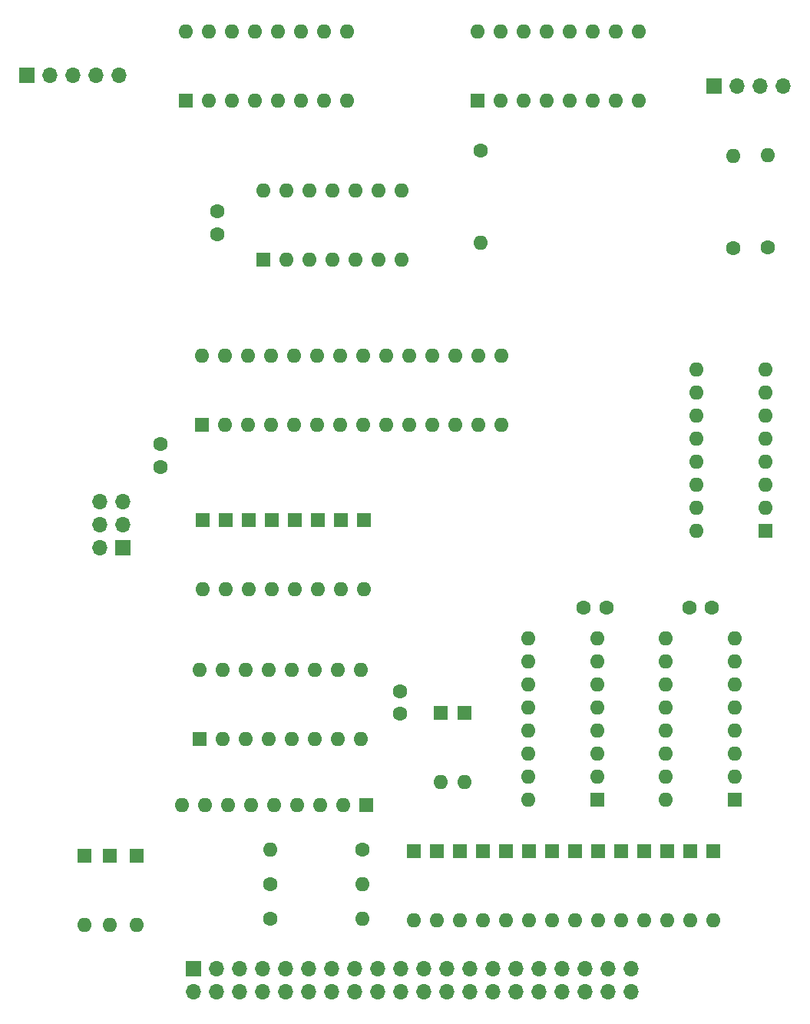
<source format=gbr>
G04 #@! TF.GenerationSoftware,KiCad,Pcbnew,(5.1.5-0-10_14)*
G04 #@! TF.CreationDate,2020-01-03T10:30:25-06:00*
G04 #@! TF.ProjectId,interface-ascii,696e7465-7266-4616-9365-2d6173636969,2.3*
G04 #@! TF.SameCoordinates,Original*
G04 #@! TF.FileFunction,Soldermask,Top*
G04 #@! TF.FilePolarity,Negative*
%FSLAX46Y46*%
G04 Gerber Fmt 4.6, Leading zero omitted, Abs format (unit mm)*
G04 Created by KiCad (PCBNEW (5.1.5-0-10_14)) date 2020-01-03 10:30:25*
%MOMM*%
%LPD*%
G04 APERTURE LIST*
%ADD10O,1.600000X1.600000*%
%ADD11C,1.600000*%
%ADD12R,1.600000X1.600000*%
%ADD13O,1.700000X1.700000*%
%ADD14R,1.700000X1.700000*%
G04 APERTURE END LIST*
D10*
X216893000Y-92991000D03*
D11*
X216893000Y-82831000D03*
D10*
X185905000Y-140108000D03*
X203685000Y-147728000D03*
X188445000Y-140108000D03*
X201145000Y-147728000D03*
X190985000Y-140108000D03*
X198605000Y-147728000D03*
X193525000Y-140108000D03*
X196065000Y-147728000D03*
X196065000Y-140108000D03*
X193525000Y-147728000D03*
X198605000Y-140108000D03*
X190985000Y-147728000D03*
X201145000Y-140108000D03*
X188445000Y-147728000D03*
X203685000Y-140108000D03*
D12*
X185905000Y-147728000D03*
D10*
X192890000Y-87276000D03*
X208130000Y-94896000D03*
X195430000Y-87276000D03*
X205590000Y-94896000D03*
X197970000Y-87276000D03*
X203050000Y-94896000D03*
X200510000Y-87276000D03*
X200510000Y-94896000D03*
X203050000Y-87276000D03*
X197970000Y-94896000D03*
X205590000Y-87276000D03*
X195430000Y-94896000D03*
X208130000Y-87276000D03*
D12*
X192890000Y-94896000D03*
D10*
X203812000Y-167540000D03*
D11*
X193652000Y-167540000D03*
D13*
X177015000Y-74576000D03*
X174475000Y-74576000D03*
X171935000Y-74576000D03*
X169395000Y-74576000D03*
D14*
X166855000Y-74576000D03*
D10*
X244706000Y-83466000D03*
D11*
X244706000Y-93626000D03*
X187810000Y-92062000D03*
X187810000Y-89562000D03*
D10*
X193652000Y-159920000D03*
D11*
X203812000Y-159920000D03*
D12*
X222250000Y-160072400D03*
D10*
X222250000Y-167692400D03*
D12*
X227330000Y-160072400D03*
D10*
X227330000Y-167692400D03*
D12*
X232410000Y-160072400D03*
D10*
X232410000Y-167692400D03*
D12*
X237490000Y-160072400D03*
D10*
X237490000Y-167692400D03*
D12*
X242570000Y-160072400D03*
D10*
X242570000Y-167692400D03*
D12*
X224790000Y-160072400D03*
D10*
X224790000Y-167692400D03*
D12*
X229870000Y-160072400D03*
D10*
X229870000Y-167692400D03*
D12*
X234950000Y-160072400D03*
D10*
X234950000Y-167692400D03*
D12*
X212498800Y-144807000D03*
D10*
X212498800Y-152427000D03*
D12*
X209550000Y-160072400D03*
D10*
X209550000Y-167692400D03*
D12*
X214630000Y-160072400D03*
D10*
X214630000Y-167692400D03*
D12*
X219710000Y-160072400D03*
D10*
X219710000Y-167692400D03*
D12*
X240030000Y-160072400D03*
D10*
X240030000Y-167692400D03*
D12*
X215064200Y-144781600D03*
D10*
X215064200Y-152401600D03*
D12*
X212090000Y-160072400D03*
D10*
X212090000Y-167692400D03*
D12*
X217170000Y-160072400D03*
D10*
X217170000Y-167692400D03*
X203812000Y-163730000D03*
D11*
X193652000Y-163730000D03*
D10*
X175999000Y-168175000D03*
D12*
X175999000Y-160555000D03*
D13*
X233479200Y-175566400D03*
X233479200Y-173026400D03*
X230939200Y-175566400D03*
X230939200Y-173026400D03*
X228399200Y-175566400D03*
X228399200Y-173026400D03*
X225859200Y-175566400D03*
X225859200Y-173026400D03*
X223319200Y-175566400D03*
X223319200Y-173026400D03*
X220779200Y-175566400D03*
X220779200Y-173026400D03*
X218239200Y-175566400D03*
X218239200Y-173026400D03*
X215699200Y-175566400D03*
X215699200Y-173026400D03*
X213159200Y-175566400D03*
X213159200Y-173026400D03*
X210619200Y-175566400D03*
X210619200Y-173026400D03*
X208079200Y-175566400D03*
X208079200Y-173026400D03*
X205539200Y-175566400D03*
X205539200Y-173026400D03*
X202999200Y-175566400D03*
X202999200Y-173026400D03*
X200459200Y-175566400D03*
X200459200Y-173026400D03*
X197919200Y-175566400D03*
X197919200Y-173026400D03*
X195379200Y-175566400D03*
X195379200Y-173026400D03*
X192839200Y-175566400D03*
X192839200Y-173026400D03*
X190299200Y-175566400D03*
X190299200Y-173026400D03*
X187759200Y-175566400D03*
X187759200Y-173026400D03*
X185219200Y-175566400D03*
D14*
X185219200Y-173026400D03*
D13*
X250248280Y-75703760D03*
X247708280Y-75703760D03*
X245168280Y-75703760D03*
D14*
X242628280Y-75703760D03*
D12*
X248262000Y-124741000D03*
D10*
X240642000Y-106961000D03*
X248262000Y-122201000D03*
X240642000Y-109501000D03*
X248262000Y-119661000D03*
X240642000Y-112041000D03*
X248262000Y-117121000D03*
X240642000Y-114581000D03*
X248262000Y-114581000D03*
X240642000Y-117121000D03*
X248262000Y-112041000D03*
X240642000Y-119661000D03*
X248262000Y-109501000D03*
X240642000Y-122201000D03*
X248262000Y-106961000D03*
X240642000Y-124741000D03*
X186235200Y-131218000D03*
D12*
X186235200Y-123598000D03*
D10*
X191315200Y-131218000D03*
D12*
X191315200Y-123598000D03*
D10*
X196395200Y-131218000D03*
D12*
X196395200Y-123598000D03*
D10*
X201475200Y-131218000D03*
D12*
X201475200Y-123598000D03*
D10*
X188775200Y-131218000D03*
D12*
X188775200Y-123598000D03*
D10*
X193855200Y-131218000D03*
D12*
X193855200Y-123598000D03*
D10*
X198935200Y-131218000D03*
D12*
X198935200Y-123598000D03*
D10*
X204015200Y-131218000D03*
D12*
X204015200Y-123598000D03*
D13*
X174856000Y-121566000D03*
X177396000Y-121566000D03*
X174856000Y-124106000D03*
X177396000Y-124106000D03*
X174856000Y-126646000D03*
D14*
X177396000Y-126646000D03*
D11*
X230746800Y-133199200D03*
X228246800Y-133199200D03*
X242380000Y-133199200D03*
X239880000Y-133199200D03*
X181587000Y-117716000D03*
X181587000Y-115216000D03*
X208003000Y-142434000D03*
X208003000Y-144934000D03*
D10*
X237289200Y-154382800D03*
X244909200Y-136602800D03*
X237289200Y-151842800D03*
X244909200Y-139142800D03*
X237289200Y-149302800D03*
X244909200Y-141682800D03*
X237289200Y-146762800D03*
X244909200Y-144222800D03*
X237289200Y-144222800D03*
X244909200Y-146762800D03*
X237289200Y-141682800D03*
X244909200Y-149302800D03*
X237289200Y-139142800D03*
X244909200Y-151842800D03*
X237289200Y-136602800D03*
D12*
X244909200Y-154382800D03*
D10*
X222150800Y-154382800D03*
X229770800Y-136602800D03*
X222150800Y-151842800D03*
X229770800Y-139142800D03*
X222150800Y-149302800D03*
X229770800Y-141682800D03*
X222150800Y-146762800D03*
X229770800Y-144222800D03*
X222150800Y-144222800D03*
X229770800Y-146762800D03*
X222150800Y-141682800D03*
X229770800Y-149302800D03*
X222150800Y-139142800D03*
X229770800Y-151842800D03*
X222150800Y-136602800D03*
D12*
X229770800Y-154382800D03*
D10*
X248516000Y-83339000D03*
D11*
X248516000Y-93499000D03*
D10*
X186159000Y-105437000D03*
X219179000Y-113057000D03*
X188699000Y-105437000D03*
X216639000Y-113057000D03*
X191239000Y-105437000D03*
X214099000Y-113057000D03*
X193779000Y-105437000D03*
X211559000Y-113057000D03*
X196319000Y-105437000D03*
X209019000Y-113057000D03*
X198859000Y-105437000D03*
X206479000Y-113057000D03*
X201399000Y-105437000D03*
X203939000Y-113057000D03*
X203939000Y-105437000D03*
X201399000Y-113057000D03*
X206479000Y-105437000D03*
X198859000Y-113057000D03*
X209019000Y-105437000D03*
X196319000Y-113057000D03*
X211559000Y-105437000D03*
X193779000Y-113057000D03*
X214099000Y-105437000D03*
X191239000Y-113057000D03*
X216639000Y-105437000D03*
X188699000Y-113057000D03*
X219179000Y-105437000D03*
D12*
X186159000Y-113057000D03*
X216561832Y-77370000D03*
D10*
X234341832Y-69750000D03*
X219101832Y-77370000D03*
X231801832Y-69750000D03*
X221641832Y-77370000D03*
X229261832Y-69750000D03*
X224181832Y-77370000D03*
X226721832Y-69750000D03*
X226721832Y-77370000D03*
X224181832Y-69750000D03*
X229261832Y-77370000D03*
X221641832Y-69750000D03*
X231801832Y-77370000D03*
X219101832Y-69750000D03*
X234341832Y-77370000D03*
X216561832Y-69750000D03*
X173205000Y-168175000D03*
D12*
X173205000Y-160555000D03*
D10*
X178920000Y-168175000D03*
D12*
X178920000Y-160555000D03*
X204243800Y-154967000D03*
D10*
X201703800Y-154967000D03*
X199163800Y-154967000D03*
X196623800Y-154967000D03*
X194083800Y-154967000D03*
X191543800Y-154967000D03*
X189003800Y-154967000D03*
X186463800Y-154967000D03*
X183923800Y-154967000D03*
D12*
X184390166Y-77370000D03*
D10*
X202170166Y-69750000D03*
X186930166Y-77370000D03*
X199630166Y-69750000D03*
X189470166Y-77370000D03*
X197090166Y-69750000D03*
X192010166Y-77370000D03*
X194550166Y-69750000D03*
X194550166Y-77370000D03*
X192010166Y-69750000D03*
X197090166Y-77370000D03*
X189470166Y-69750000D03*
X199630166Y-77370000D03*
X186930166Y-69750000D03*
X202170166Y-77370000D03*
X184390166Y-69750000D03*
M02*

</source>
